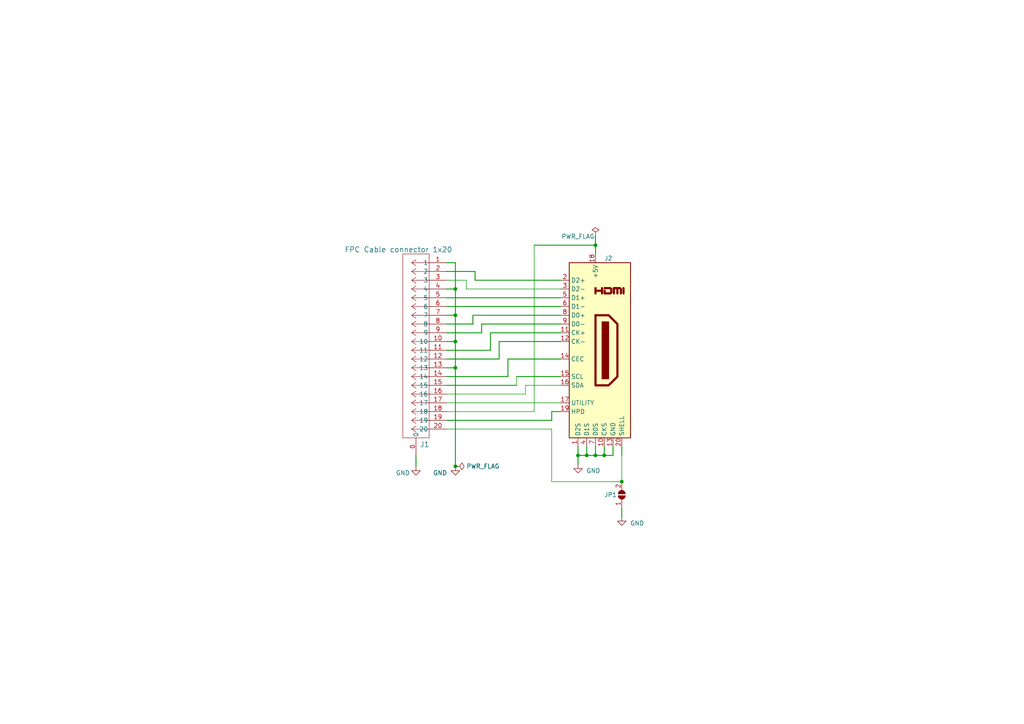
<source format=kicad_sch>
(kicad_sch (version 20231120) (generator "eeschema") (generator_version "8.0")
  (paper "A4")
  (title_block (title "DVI Connector board") (date "2024-02-09") (rev "V0.09") (company "Copyright (C) Victor Suarez Rovere") (comment 1 "License:  CERN OHL-S") (comment 2 "PCB design:  Mitch Altman") (comment 3 "Schematics capture:  Mitch Altman") (comment 4 "Circuit design & parts selection:  Victor Suarez Rovere"))
  (lib_symbols
    (symbol "Connector:HDMI_C_1.4"
      (property "Reference" "J2" (at 12.065 1.27 0))
      (property "Value" "HDMI" (at 12.065 -1.27 0))
      (symbol "HDMI_C_1.4_0_0"
        (polyline (pts (xy 8.128 16.51) (xy 8.128 18.034)) (stroke (width 0.635)))
        (polyline (pts (xy 0 16.51) (xy 0 18.034) (xy 0 17.272) (xy 1.905 17.272) (xy 1.905 18.034) (xy 1.905 16.51)) (stroke (width 0.635)))
        (polyline (pts (xy 2.667 18.034) (xy 4.318 18.034) (xy 4.572 17.78) (xy 4.572 16.764) (xy 4.318 16.51) (xy 2.667 16.51) (xy 2.667 17.272)) (stroke (width 0.635)))
      )
      (symbol "HDMI_C_1.4_0_1"
        (rectangle (start -7.62 25.4) (end 10.16 -25.4) (stroke (width 0.254)) (fill (type background)))
        (polyline (pts (xy 0 10.16) (xy 3.81 10.16) (xy 6.35 7.62) (xy 6.35 -7.62) (xy 3.81 -10.16) (xy 0 -10.16) (xy 0 10.16)) (stroke (width 0.635)))
        (polyline (pts (xy 5.334 16.51) (xy 5.334 18.034) (xy 6.35 18.034) (xy 6.35 16.51) (xy 6.35 18.034) (xy 7.112 18.034) (xy 7.366 17.78) (xy 7.366 16.51)) (stroke (width 0.635)))
        (rectangle (start 1.905 8.255) (end 3.81 -8.255) (stroke (width 0.254)) (fill (type outline)))
      )
      (symbol "HDMI_C_1.4_1_1"
        (pin power_in line (at -5.08 -27.94 90) (length 2.54) (name "D2S") (number "1"))
        (pin power_in line (at 2.54 -27.94 90) (length 2.54) (name "CKS") (number "10"))
        (pin passive line (at -10.16 5.08 0) (length 2.54) (name "CK+") (number "11"))
        (pin passive line (at -10.16 2.54 0) (length 2.54) (name "CK-") (number "12"))
        (pin power_in line (at 5.08 -27.94 90) (length 2.54) (name "GND") (number "13"))
        (pin bidirectional line (at -10.16 -2.54 0) (length 2.54) (name "CEC") (number "14"))
        (pin passive line (at -10.16 -7.62 0) (length 2.54) (name "SCL") (number "15"))
        (pin bidirectional line (at -10.16 -10.16 0) (length 2.54) (name "SDA") (number "16"))
        (pin passive line (at -10.16 -15.24 0) (length 2.54) (name "UTILITY") (number "17"))
        (pin power_in line (at 0 27.94 270) (length 2.54) (name "+5V") (number "18"))
        (pin passive line (at -10.16 -17.78 0) (length 2.54) (name "HPD") (number "19"))
        (pin passive line (at -10.16 20.32 0) (length 2.54) (name "D2+") (number "2"))
        (pin passive line (at 7.62 -27.94 90) (length 2.54) (name "SHELL") (number "20"))
        (pin passive line (at -10.16 17.78 0) (length 2.54) (name "D2-") (number "3"))
        (pin power_in line (at -2.54 -27.94 90) (length 2.54) (name "D1S") (number "4"))
        (pin passive line (at -10.16 15.24 0) (length 2.54) (name "D1+") (number "5"))
        (pin passive line (at -10.16 12.7 0) (length 2.54) (name "D1-") (number "6"))
        (pin power_in line (at 0 -27.94 90) (length 2.54) (name "D0S") (number "7"))
        (pin passive line (at -10.16 10.16 0) (length 2.54) (name "D0+") (number "8"))
        (pin passive line (at -10.16 7.62 0) (length 2.54) (name "D0-") (number "9"))
      )
    )
    (symbol "Hirose_FH52-20S-0.5SH:FH52-20S-0.5SH" (pin_names (offset 0.254))
      (property "Reference" "J3" (at 6.35 4.445 0))
      (property "Value" "FPC Cable connector 1x20" (at 15.24 -52.705 0))
      (symbol "FH52-20S-0.5SH_1_1"
        (polyline (pts (xy 5.08 -50.8) (xy 12.7 -50.8)) (stroke (width 0.127)))
        (polyline (pts (xy 5.08 2.54) (xy 5.08 -50.8)) (stroke (width 0.127)))
        (polyline (pts (xy 10.16 -48.26) (xy 5.08 -48.26)) (stroke (width 0.127)))
        (polyline (pts (xy 10.16 -48.26) (xy 8.89 -49.1067)) (stroke (width 0.127)))
        (polyline (pts (xy 10.16 -48.26) (xy 8.89 -47.4133)) (stroke (width 0.127)))
        (polyline (pts (xy 10.16 -45.72) (xy 5.08 -45.72)) (stroke (width 0.127)))
        (polyline (pts (xy 10.16 -45.72) (xy 8.89 -46.5667)) (stroke (width 0.127)))
        (polyline (pts (xy 10.16 -45.72) (xy 8.89 -44.8733)) (stroke (width 0.127)))
        (polyline (pts (xy 10.16 -43.18) (xy 5.08 -43.18)) (stroke (width 0.127)))
        (polyline (pts (xy 10.16 -43.18) (xy 8.89 -44.0267)) (stroke (width 0.127)))
        (polyline (pts (xy 10.16 -43.18) (xy 8.89 -42.3333)) (stroke (width 0.127)))
        (polyline (pts (xy 10.16 -40.64) (xy 5.08 -40.64)) (stroke (width 0.127)))
        (polyline (pts (xy 10.16 -40.64) (xy 8.89 -41.4867)) (stroke (width 0.127)))
        (polyline (pts (xy 10.16 -40.64) (xy 8.89 -39.7933)) (stroke (width 0.127)))
        (polyline (pts (xy 10.16 -38.1) (xy 5.08 -38.1)) (stroke (width 0.127)))
        (polyline (pts (xy 10.16 -38.1) (xy 8.89 -38.9467)) (stroke (width 0.127)))
        (polyline (pts (xy 10.16 -38.1) (xy 8.89 -37.2533)) (stroke (width 0.127)))
        (polyline (pts (xy 10.16 -35.56) (xy 5.08 -35.56)) (stroke (width 0.127)))
        (polyline (pts (xy 10.16 -35.56) (xy 8.89 -36.4067)) (stroke (width 0.127)))
        (polyline (pts (xy 10.16 -35.56) (xy 8.89 -34.7133)) (stroke (width 0.127)))
        (polyline (pts (xy 10.16 -33.02) (xy 5.08 -33.02)) (stroke (width 0.127)))
        (polyline (pts (xy 10.16 -33.02) (xy 8.89 -33.8667)) (stroke (width 0.127)))
        (polyline (pts (xy 10.16 -33.02) (xy 8.89 -32.1733)) (stroke (width 0.127)))
        (polyline (pts (xy 10.16 -30.48) (xy 5.08 -30.48)) (stroke (width 0.127)))
        (polyline (pts (xy 10.16 -30.48) (xy 8.89 -31.3267)) (stroke (width 0.127)))
        (polyline (pts (xy 10.16 -30.48) (xy 8.89 -29.6333)) (stroke (width 0.127)))
        (polyline (pts (xy 10.16 -27.94) (xy 5.08 -27.94)) (stroke (width 0.127)))
        (polyline (pts (xy 10.16 -27.94) (xy 8.89 -28.7867)) (stroke (width 0.127)))
        (polyline (pts (xy 10.16 -27.94) (xy 8.89 -27.0933)) (stroke (width 0.127)))
        (polyline (pts (xy 10.16 -25.4) (xy 5.08 -25.4)) (stroke (width 0.127)))
        (polyline (pts (xy 10.16 -25.4) (xy 8.89 -26.2467)) (stroke (width 0.127)))
        (polyline (pts (xy 10.16 -25.4) (xy 8.89 -24.5533)) (stroke (width 0.127)))
        (polyline (pts (xy 10.16 -22.86) (xy 5.08 -22.86)) (stroke (width 0.127)))
        (polyline (pts (xy 10.16 -22.86) (xy 8.89 -23.7067)) (stroke (width 0.127)))
        (polyline (pts (xy 10.16 -22.86) (xy 8.89 -22.0133)) (stroke (width 0.127)))
        (polyline (pts (xy 10.16 -20.32) (xy 5.08 -20.32)) (stroke (width 0.127)))
        (polyline (pts (xy 10.16 -20.32) (xy 8.89 -21.1667)) (stroke (width 0.127)))
        (polyline (pts (xy 10.16 -20.32) (xy 8.89 -19.4733)) (stroke (width 0.127)))
        (polyline (pts (xy 10.16 -17.78) (xy 5.08 -17.78)) (stroke (width 0.127)))
        (polyline (pts (xy 10.16 -17.78) (xy 8.89 -18.6267)) (stroke (width 0.127)))
        (polyline (pts (xy 10.16 -17.78) (xy 8.89 -16.9333)) (stroke (width 0.127)))
        (polyline (pts (xy 10.16 -15.24) (xy 5.08 -15.24)) (stroke (width 0.127)))
        (polyline (pts (xy 10.16 -15.24) (xy 8.89 -16.0867)) (stroke (width 0.127)))
        (polyline (pts (xy 10.16 -15.24) (xy 8.89 -14.3933)) (stroke (width 0.127)))
        (polyline (pts (xy 10.16 -12.7) (xy 5.08 -12.7)) (stroke (width 0.127)))
        (polyline (pts (xy 10.16 -12.7) (xy 8.89 -13.5467)) (stroke (width 0.127)))
        (polyline (pts (xy 10.16 -12.7) (xy 8.89 -11.8533)) (stroke (width 0.127)))
        (polyline (pts (xy 10.16 -10.16) (xy 5.08 -10.16)) (stroke (width 0.127)))
        (polyline (pts (xy 10.16 -10.16) (xy 8.89 -11.0067)) (stroke (width 0.127)))
        (polyline (pts (xy 10.16 -10.16) (xy 8.89 -9.3133)) (stroke (width 0.127)))
        (polyline (pts (xy 10.16 -7.62) (xy 5.08 -7.62)) (stroke (width 0.127)))
        (polyline (pts (xy 10.16 -7.62) (xy 8.89 -8.4667)) (stroke (width 0.127)))
        (polyline (pts (xy 10.16 -7.62) (xy 8.89 -6.7733)) (stroke (width 0.127)))
        (polyline (pts (xy 10.16 -5.08) (xy 5.08 -5.08)) (stroke (width 0.127)))
        (polyline (pts (xy 10.16 -5.08) (xy 8.89 -5.9267)) (stroke (width 0.127)))
        (polyline (pts (xy 10.16 -5.08) (xy 8.89 -4.2333)) (stroke (width 0.127)))
        (polyline (pts (xy 10.16 -2.54) (xy 5.08 -2.54)) (stroke (width 0.127)))
        (polyline (pts (xy 10.16 -2.54) (xy 8.89 -3.3867)) (stroke (width 0.127)))
        (polyline (pts (xy 10.16 -2.54) (xy 8.89 -1.6933)) (stroke (width 0.127)))
        (polyline (pts (xy 10.16 0) (xy 5.08 0)) (stroke (width 0.127)))
        (polyline (pts (xy 10.16 0) (xy 8.89 -0.8467)) (stroke (width 0.127)))
        (polyline (pts (xy 10.16 0) (xy 8.89 0.8467)) (stroke (width 0.127)))
        (polyline (pts (xy 12.7 -50.8) (xy 12.7 2.54)) (stroke (width 0.127)))
        (polyline (pts (xy 12.7 2.54) (xy 5.08 2.54)) (stroke (width 0.127)))
        (pin passive line (at 8.89 7.62 270) (length 5.08) (name "0") (number "0"))
        (pin passive line (at 0 -48.26 0) (length 5.08) (name "1") (number "1"))
        (pin passive line (at 0 -25.4 0) (length 5.08) (name "10") (number "10"))
        (pin passive line (at 0 -22.86 0) (length 5.08) (name "11") (number "11"))
        (pin passive line (at 0 -20.32 0) (length 5.08) (name "12") (number "12"))
        (pin passive line (at 0 -17.78 0) (length 5.08) (name "13") (number "13"))
        (pin passive line (at 0 -15.24 0) (length 5.08) (name "14") (number "14"))
        (pin passive line (at 0 -12.7 0) (length 5.08) (name "15") (number "15"))
        (pin passive line (at 0 -10.16 0) (length 5.08) (name "16") (number "16"))
        (pin passive line (at 0 -7.62 0) (length 5.08) (name "17") (number "17"))
        (pin passive line (at 0 -5.08 0) (length 5.08) (name "18") (number "18"))
        (pin passive line (at 0 -2.54 0) (length 5.08) (name "19") (number "19"))
        (pin passive line (at 0 -45.72 0) (length 5.08) (name "2") (number "2"))
        (pin passive line (at 0 0 0) (length 5.08) (name "20") (number "20"))
        (pin passive line (at 0 -43.18 0) (length 5.08) (name "3") (number "3"))
        (pin passive line (at 0 -40.64 0) (length 5.08) (name "4") (number "4"))
        (pin passive line (at 0 -38.1 0) (length 5.08) (name "5") (number "5"))
        (pin passive line (at 0 -35.56 0) (length 5.08) (name "6") (number "6"))
        (pin passive line (at 0 -33.02 0) (length 5.08) (name "7") (number "7"))
        (pin passive line (at 0 -30.48 0) (length 5.08) (name "8") (number "8"))
        (pin passive line (at 0 -27.94 0) (length 5.08) (name "9") (number "9"))
      )
      (symbol "FH52-20S-0.5SH_1_2"
        (polyline (pts (xy 5.08 -50.8) (xy 12.7 -50.8)) (stroke (width 0.127)))
        (polyline (pts (xy 5.08 2.54) (xy 5.08 -50.8)) (stroke (width 0.127)))
        (polyline (pts (xy 7.62 -48.26) (xy 5.08 -48.26)) (stroke (width 0.127)))
        (polyline (pts (xy 7.62 -48.26) (xy 8.89 -49.1067)) (stroke (width 0.127)))
        (polyline (pts (xy 7.62 -48.26) (xy 8.89 -47.4133)) (stroke (width 0.127)))
        (polyline (pts (xy 7.62 -45.72) (xy 5.08 -45.72)) (stroke (width 0.127)))
        (polyline (pts (xy 7.62 -45.72) (xy 8.89 -46.5667)) (stroke (width 0.127)))
        (polyline (pts (xy 7.62 -45.72) (xy 8.89 -44.8733)) (stroke (width 0.127)))
        (polyline (pts (xy 7.62 -43.18) (xy 5.08 -43.18)) (stroke (width 0.127)))
        (polyline (pts (xy 7.62 -43.18) (xy 8.89 -44.0267)) (stroke (width 0.127)))
        (polyline (pts (xy 7.62 -43.18) (xy 8.89 -42.3333)) (stroke (width 0.127)))
        (polyline (pts (xy 7.62 -40.64) (xy 5.08 -40.64)) (stroke (width 0.127)))
        (polyline (pts (xy 7.62 -40.64) (xy 8.89 -41.4867)) (stroke (width 0.127)))
        (polyline (pts (xy 7.62 -40.64) (xy 8.89 -39.7933)) (stroke (width 0.127)))
        (polyline (pts (xy 7.62 -38.1) (xy 5.08 -38.1)) (stroke (width 0.127)))
        (polyline (pts (xy 7.62 -38.1) (xy 8.89 -38.9467)) (stroke (width 0.127)))
        (polyline (pts (xy 7.62 -38.1) (xy 8.89 -37.2533)) (stroke (width 0.127)))
        (polyline (pts (xy 7.62 -35.56) (xy 5.08 -35.56)) (stroke (width 0.127)))
        (polyline (pts (xy 7.62 -35.56) (xy 8.89 -36.4067)) (stroke (width 0.127)))
        (polyline (pts (xy 7.62 -35.56) (xy 8.89 -34.7133)) (stroke (width 0.127)))
        (polyline (pts (xy 7.62 -33.02) (xy 5.08 -33.02)) (stroke (width 0.127)))
        (polyline (pts (xy 7.62 -33.02) (xy 8.89 -33.8667)) (stroke (width 0.127)))
        (polyline (pts (xy 7.62 -33.02) (xy 8.89 -32.1733)) (stroke (width 0.127)))
        (polyline (pts (xy 7.62 -30.48) (xy 5.08 -30.48)) (stroke (width 0.127)))
        (polyline (pts (xy 7.62 -30.48) (xy 8.89 -31.3267)) (stroke (width 0.127)))
        (polyline (pts (xy 7.62 -30.48) (xy 8.89 -29.6333)) (stroke (width 0.127)))
        (polyline (pts (xy 7.62 -27.94) (xy 5.08 -27.94)) (stroke (width 0.127)))
        (polyline (pts (xy 7.62 -27.94) (xy 8.89 -28.7867)) (stroke (width 0.127)))
        (polyline (pts (xy 7.62 -27.94) (xy 8.89 -27.0933)) (stroke (width 0.127)))
        (polyline (pts (xy 7.62 -25.4) (xy 5.08 -25.4)) (stroke (width 0.127)))
        (polyline (pts (xy 7.62 -25.4) (xy 8.89 -26.2467)) (stroke (width 0.127)))
        (polyline (pts (xy 7.62 -25.4) (xy 8.89 -24.5533)) (stroke (width 0.127)))
        (polyline (pts (xy 7.62 -22.86) (xy 5.08 -22.86)) (stroke (width 0.127)))
        (polyline (pts (xy 7.62 -22.86) (xy 8.89 -23.7067)) (stroke (width 0.127)))
        (polyline (pts (xy 7.62 -22.86) (xy 8.89 -22.0133)) (stroke (width 0.127)))
        (polyline (pts (xy 7.62 -20.32) (xy 5.08 -20.32)) (stroke (width 0.127)))
        (polyline (pts (xy 7.62 -20.32) (xy 8.89 -21.1667)) (stroke (width 0.127)))
        (polyline (pts (xy 7.62 -20.32) (xy 8.89 -19.4733)) (stroke (width 0.127)))
        (polyline (pts (xy 7.62 -17.78) (xy 5.08 -17.78)) (stroke (width 0.127)))
        (polyline (pts (xy 7.62 -17.78) (xy 8.89 -18.6267)) (stroke (width 0.127)))
        (polyline (pts (xy 7.62 -17.78) (xy 8.89 -16.9333)) (stroke (width 0.127)))
        (polyline (pts (xy 7.62 -15.24) (xy 5.08 -15.24)) (stroke (width 0.127)))
        (polyline (pts (xy 7.62 -15.24) (xy 8.89 -16.0867)) (stroke (width 0.127)))
        (polyline (pts (xy 7.62 -15.24) (xy 8.89 -14.3933)) (stroke (width 0.127)))
        (polyline (pts (xy 7.62 -12.7) (xy 5.08 -12.7)) (stroke (width 0.127)))
        (polyline (pts (xy 7.62 -12.7) (xy 8.89 -13.5467)) (stroke (width 0.127)))
        (polyline (pts (xy 7.62 -12.7) (xy 8.89 -11.8533)) (stroke (width 0.127)))
        (polyline (pts (xy 7.62 -10.16) (xy 5.08 -10.16)) (stroke (width 0.127)))
        (polyline (pts (xy 7.62 -10.16) (xy 8.89 -11.0067)) (stroke (width 0.127)))
        (polyline (pts (xy 7.62 -10.16) (xy 8.89 -9.3133)) (stroke (width 0.127)))
        (polyline (pts (xy 7.62 -7.62) (xy 5.08 -7.62)) (stroke (width 0.127)))
        (polyline (pts (xy 7.62 -7.62) (xy 8.89 -8.4667)) (stroke (width 0.127)))
        (polyline (pts (xy 7.62 -7.62) (xy 8.89 -6.7733)) (stroke (width 0.127)))
        (polyline (pts (xy 7.62 -5.08) (xy 5.08 -5.08)) (stroke (width 0.127)))
        (polyline (pts (xy 7.62 -5.08) (xy 8.89 -5.9267)) (stroke (width 0.127)))
        (polyline (pts (xy 7.62 -5.08) (xy 8.89 -4.2333)) (stroke (width 0.127)))
        (polyline (pts (xy 7.62 -2.54) (xy 5.08 -2.54)) (stroke (width 0.127)))
        (polyline (pts (xy 7.62 -2.54) (xy 8.89 -3.3867)) (stroke (width 0.127)))
        (polyline (pts (xy 7.62 -2.54) (xy 8.89 -1.6933)) (stroke (width 0.127)))
        (polyline (pts (xy 7.62 0) (xy 5.08 0)) (stroke (width 0.127)))
        (polyline (pts (xy 7.62 0) (xy 8.89 -0.8467)) (stroke (width 0.127)))
        (polyline (pts (xy 7.62 0) (xy 8.89 0.8467)) (stroke (width 0.127)))
        (polyline (pts (xy 12.7 -50.8) (xy 12.7 2.54)) (stroke (width 0.127)))
        (polyline (pts (xy 12.7 2.54) (xy 5.08 2.54)) (stroke (width 0.127)))
        (pin unspecified line (at 0 0 0) (length 5.08) (name "1") (number "1"))
        (pin unspecified line (at 0 -22.86 0) (length 5.08) (name "10") (number "10"))
        (pin unspecified line (at 0 -25.4 0) (length 5.08) (name "11") (number "11"))
        (pin unspecified line (at 0 -27.94 0) (length 5.08) (name "12") (number "12"))
        (pin unspecified line (at 0 -30.48 0) (length 5.08) (name "13") (number "13"))
        (pin unspecified line (at 0 -33.02 0) (length 5.08) (name "14") (number "14"))
        (pin unspecified line (at 0 -35.56 0) (length 5.08) (name "15") (number "15"))
        (pin unspecified line (at 0 -38.1 0) (length 5.08) (name "16") (number "16"))
        (pin unspecified line (at 0 -40.64 0) (length 5.08) (name "17") (number "17"))
        (pin unspecified line (at 0 -43.18 0) (length 5.08) (name "18") (number "18"))
        (pin unspecified line (at 0 -45.72 0) (length 5.08) (name "19") (number "19"))
        (pin unspecified line (at 0 -2.54 0) (length 5.08) (name "2") (number "2"))
        (pin unspecified line (at 0 -48.26 0) (length 5.08) (name "20") (number "20"))
        (pin unspecified line (at 0 -5.08 0) (length 5.08) (name "3") (number "3"))
        (pin unspecified line (at 0 -7.62 0) (length 5.08) (name "4") (number "4"))
        (pin unspecified line (at 0 -10.16 0) (length 5.08) (name "5") (number "5"))
        (pin unspecified line (at 0 -12.7 0) (length 5.08) (name "6") (number "6"))
        (pin unspecified line (at 0 -15.24 0) (length 5.08) (name "7") (number "7"))
        (pin unspecified line (at 0 -17.78 0) (length 5.08) (name "8") (number "8"))
        (pin unspecified line (at 0 -20.32 0) (length 5.08) (name "9") (number "9"))
      )
    )
    (symbol "Jumper:SolderJumper_2_Open" (pin_names (offset 0) hide)
      (property "Reference" "JP" (at 0 2.032 0))
      (property "Value" "SolderJumper_2_Open" (at 0 -2.54 0))
      (symbol "SolderJumper_2_Open_0_1"
        (arc (start -0.254 1.016) (mid -1.2656 0) (end -0.254 -1.016))
        (arc (start -0.254 1.016) (mid -1.2656 0) (end -0.254 -1.016) (fill (type outline)))
        (polyline (pts (xy -0.254 1.016) (xy -0.254 -1.016)))
        (polyline (pts (xy 0.254 1.016) (xy 0.254 -1.016)))
        (arc (start 0.254 -1.016) (mid 1.2656 0) (end 0.254 1.016))
        (arc (start 0.254 -1.016) (mid 1.2656 0) (end 0.254 1.016) (fill (type outline)))
      )
      (symbol "SolderJumper_2_Open_1_1"
        (pin passive line (at -3.81 0 0) (length 2.54) (name "A") (number "1"))
        (pin passive line (at 3.81 0 180) (length 2.54) (name "B") (number "2"))
      )
    )
    (symbol "power:GND" (power) (pin_names (offset 0))
      (property "Value" "GND" (at 0 -3.81 0))
      (symbol "GND_0_1"
        (polyline (pts (xy 0 0) (xy 0 -1.27) (xy 1.27 -1.27) (xy 0 -2.54) (xy -1.27 -1.27) (xy 0 -1.27)))
      )
      (symbol "GND_1_1"
        (pin power_in line (at 0 0 270) (length 0) hide (name "GND") (number "1"))
      )
    )
    (symbol "power:PWR_FLAG" (power) (pin_numbers hide) (pin_names (offset 0) hide)
      (property "Value" "PWR_FLAG" (at 0 3.81 0))
      (symbol "PWR_FLAG_0_0"
        (pin power_out line (at 0 0 90) (length 0) (name "pwr") (number "1"))
      )
      (symbol "PWR_FLAG_0_1"
        (polyline (pts (xy 0 0) (xy 0 1.27) (xy -1.016 1.905) (xy 0 2.54) (xy 1.016 1.905) (xy 0 1.27)))
      )
    )
  )
  (junction (at 180.34 139.7))
  (junction (at 175.26 132.08))
  (junction (at 172.72 71.12))
  (junction (at 167.64 132.08))
  (junction (at 170.18 132.08))
  (junction (at 132.08 106.68))
  (junction (at 132.08 135.255))
  (junction (at 132.08 99.06))
  (junction (at 132.08 83.82))
  (junction (at 172.72 132.08))
  (junction (at 132.08 91.44))
  (wire (pts (xy 160.02 119.38) (xy 162.56 119.38)) (stroke (width 0.254)))
  (wire (pts (xy 180.34 149.86) (xy 180.34 147.32)) (stroke (width 0.254)))
  (wire (pts (xy 144.78 99.06) (xy 162.56 99.06)) (stroke (width 0.254)))
  (wire (pts (xy 129.54 109.22) (xy 147.32 109.22)) (stroke (width 0.254)))
  (wire (pts (xy 154.94 71.12) (xy 172.72 71.12)) (stroke (width 0.254)))
  (wire (pts (xy 152.4 111.76) (xy 152.4 114.3)))
  (wire (pts (xy 129.54 93.98) (xy 137.16 93.98)) (stroke (width 0.254)))
  (wire (pts (xy 147.32 104.14) (xy 162.56 104.14)) (stroke (width 0.254)))
  (wire (pts (xy 132.08 91.44) (xy 129.54 91.44)) (stroke (width 0.254)))
  (wire (pts (xy 172.72 71.12) (xy 172.72 73.66)) (stroke (width 0.254)))
  (wire (pts (xy 129.54 101.6) (xy 142.24 101.6)) (stroke (width 0.254)))
  (wire (pts (xy 162.56 83.82) (xy 135.255 83.82)))
  (wire (pts (xy 170.18 132.08) (xy 170.18 129.54)) (stroke (width 0.254)))
  (wire (pts (xy 132.08 99.06) (xy 132.08 106.68)) (stroke (width 0.254)))
  (wire (pts (xy 132.08 83.82) (xy 132.08 91.44)) (stroke (width 0.254)))
  (wire (pts (xy 142.24 101.6) (xy 142.24 96.52)) (stroke (width 0.254)))
  (wire (pts (xy 175.26 132.08) (xy 177.8 132.08)) (stroke (width 0.254)))
  (wire (pts (xy 129.54 104.14) (xy 144.78 104.14)) (stroke (width 0.254)))
  (wire (pts (xy 172.72 132.08) (xy 172.72 129.54)) (stroke (width 0.254)))
  (wire (pts (xy 144.78 104.14) (xy 144.78 99.06)) (stroke (width 0.254)))
  (wire (pts (xy 132.08 83.82) (xy 132.08 76.2)) (stroke (width 0.254)))
  (wire (pts (xy 149.86 109.22) (xy 149.86 111.76)))
  (wire (pts (xy 129.54 78.74) (xy 137.795 78.74)) (stroke (width 0.254)))
  (wire (pts (xy 139.7 96.52) (xy 139.7 93.98)) (stroke (width 0.254)))
  (wire (pts (xy 172.72 71.12) (xy 172.72 68.58)) (stroke (width 0.254)))
  (wire (pts (xy 172.72 132.08) (xy 175.26 132.08)) (stroke (width 0.254)))
  (wire (pts (xy 132.08 83.82) (xy 129.54 83.82)) (stroke (width 0.254)))
  (wire (pts (xy 132.08 106.68) (xy 132.08 135.255)) (stroke (width 0.254)))
  (wire (pts (xy 129.54 121.92) (xy 160.02 121.92)) (stroke (width 0.254)))
  (wire (pts (xy 175.26 132.08) (xy 175.26 129.54)) (stroke (width 0.254)))
  (wire (pts (xy 132.08 76.2) (xy 129.54 76.2)) (stroke (width 0.254)))
  (wire (pts (xy 162.56 111.76) (xy 152.4 111.76)))
  (wire (pts (xy 180.34 132.08) (xy 180.34 139.7)))
  (wire (pts (xy 147.32 109.22) (xy 147.32 104.14)) (stroke (width 0.254)))
  (wire (pts (xy 160.02 124.46) (xy 160.02 139.7)))
  (wire (pts (xy 132.08 106.68) (xy 129.54 106.68)) (stroke (width 0.254)))
  (wire (pts (xy 167.64 132.08) (xy 170.18 132.08)) (stroke (width 0.254)))
  (wire (pts (xy 129.54 88.9) (xy 162.56 88.9)) (stroke (width 0.254)))
  (wire (pts (xy 139.7 93.98) (xy 162.56 93.98)) (stroke (width 0.254)))
  (wire (pts (xy 137.795 81.28) (xy 162.56 81.28)) (stroke (width 0.254)))
  (wire (pts (xy 162.56 116.84) (xy 129.54 116.84)))
  (wire (pts (xy 137.795 78.74) (xy 137.795 81.28)) (stroke (width 0.254)))
  (wire (pts (xy 137.16 91.44) (xy 162.56 91.44)) (stroke (width 0.254)))
  (wire (pts (xy 129.54 96.52) (xy 139.7 96.52)) (stroke (width 0.254)))
  (wire (pts (xy 180.34 132.08) (xy 180.34 129.54)) (stroke (width 0.254)))
  (wire (pts (xy 160.02 139.7) (xy 180.34 139.7)))
  (wire (pts (xy 154.94 119.38) (xy 154.94 71.12)))
  (wire (pts (xy 132.08 99.06) (xy 129.54 99.06)) (stroke (width 0.254)))
  (wire (pts (xy 129.54 119.38) (xy 154.94 119.38)))
  (wire (pts (xy 177.8 132.08) (xy 177.8 129.54)) (stroke (width 0.254)))
  (wire (pts (xy 137.16 93.98) (xy 137.16 91.44)) (stroke (width 0.254)))
  (wire (pts (xy 149.86 109.22) (xy 162.56 109.22)) (stroke (width 0.254)))
  (wire (pts (xy 167.64 132.08) (xy 167.64 129.54)) (stroke (width 0.254)))
  (wire (pts (xy 152.4 114.3) (xy 129.54 114.3)))
  (wire (pts (xy 129.54 124.46) (xy 160.02 124.46)))
  (wire (pts (xy 162.56 86.36) (xy 129.54 86.36)) (stroke (width 0.254)))
  (wire (pts (xy 135.255 81.28) (xy 129.54 81.28)))
  (wire (pts (xy 142.24 96.52) (xy 162.56 96.52)) (stroke (width 0.254)))
  (wire (pts (xy 167.64 134.62) (xy 167.64 132.08)) (stroke (width 0.254)))
  (wire (pts (xy 135.255 83.82) (xy 135.255 81.28)))
  (wire (pts (xy 160.02 121.92) (xy 160.02 119.38)) (stroke (width 0.254)))
  (wire (pts (xy 129.54 111.76) (xy 149.86 111.76)) (stroke (width 0.254)))
  (wire (pts (xy 132.08 91.44) (xy 132.08 99.06)) (stroke (width 0.254)))
  (wire (pts (xy 170.18 132.08) (xy 172.72 132.08)) (stroke (width 0.254)))
  (wire (pts (xy 120.65 132.08) (xy 120.65 135.255)) (stroke (width 0.254)))
  (symbol (lib_id "Hirose_FH52-20S-0.5SH:FH52-20S-0.5SH") (at 129.54 124.46 180) (unit 1)
    (property "Reference" "J1" (at 123.19 128.905 0) (effects (font (size 1.524 1.524))))
    (property "Value" "FPC Cable connector 1x20" (at 115.57 72.39 0) (effects (font (size 1.524 1.524))))
    (property "Footprint" "Library:XFCN_F0501-B-20-20T-R" (effects (hide yes)))
  )
  (symbol (lib_id "power:GND") (at 180.34 149.86 0) (unit 1)
    (property "Reference" "#PWR01" (effects (hide yes)))
    (property "Value" "GND" (at 184.785 151.765 0))
  )
  (symbol (lib_id "power:GND") (at 167.64 134.62 0) (unit 1)
    (property "Reference" "#PWR08" (effects (hide yes)))
    (property "Value" "GND" (at 172.085 136.525 0))
  )
  (symbol (lib_id "power:PWR_FLAG") (at 172.72 68.58 0) (unit 1)
    (property "Reference" "#FLG01" (effects (hide yes)))
    (property "Value" "PWR_FLAG" (at 167.64 68.58 0))
  )
  (symbol (lib_id "Jumper:SolderJumper_2_Open") (at 180.34 143.51 90) (unit 1)
    (property "Reference" "JP1" (at 175.26 143.51 90) (effects (justify right)))
    (property "Value" "JMP_DKEN" (effects (hide yes)))
    (property "Footprint" "Library:SolderJumper-2_Open_RoundedPad_2.254x0.95mm" (effects (hide yes)))
  )
  (symbol (lib_id "power:GND") (at 132.08 135.255 0) (mirror y) (unit 1)
    (property "Reference" "#PWR06" (effects (hide yes)))
    (property "Value" "GND" (at 127.635 137.16 0))
  )
  (symbol (lib_id "power:GND") (at 120.65 135.255 0) (unit 1)
    (property "Reference" "#PWR07" (effects (hide yes)))
    (property "Value" "GND" (at 116.84 137.16 0))
  )
  (symbol (lib_id "Connector:HDMI_C_1.4") (at 172.72 101.6 0) (unit 1)
    (property "Reference" "J2" (at 175.26 74.93 0) (effects (justify left)))
    (property "Value" "HDMI" (effects (hide yes)))
    (property "Footprint" "Library:Xunpu_HDMI-201" (effects (hide yes)))
  )
  (symbol (lib_id "power:PWR_FLAG") (at 132.08 135.255 270) (unit 1)
    (property "Reference" "#FLG02" (effects (hide yes)))
    (property "Value" "PWR_FLAG" (at 135.255 135.255 90) (effects (justify left)))
  )
)
</source>
